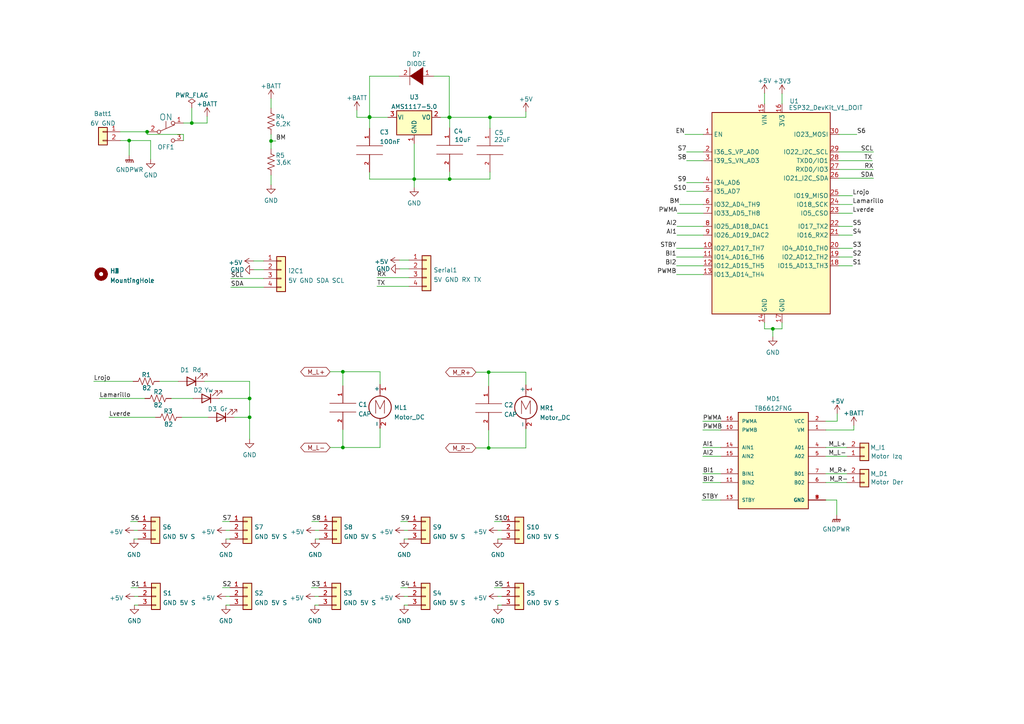
<source format=kicad_sch>
(kicad_sch (version 20211123) (generator eeschema)
  (paper "A4")
  (title_block (title "Karakuri Through Hole") (date "2022-01-17") (rev "1") (company "Artil Robotics") (comment 1 "Marcelo Ortiz") (comment 2 "ESP32"))
  (lib_symbols
    (symbol "Connector_Generic:Conn_01x02" (pin_names (offset 1.016) hide)
      (property "Reference" "J" (at 0 2.54 0))
      (property "Value" "Conn_01x02" (at 0 -5.08 0))
      (symbol "Conn_01x02_1_1"
        (rectangle (start -1.27 -2.413) (end 0 -2.667) (stroke (width 0.1524)))
        (rectangle (start -1.27 0.127) (end 0 -0.127) (stroke (width 0.1524)))
        (rectangle (start -1.27 1.27) (end 1.27 -3.81) (stroke (width 0.254)) (fill (type background)))
        (pin passive line (at -5.08 0 0) (length 3.81) (name "Pin_1") (number "1"))
        (pin passive line (at -5.08 -2.54 0) (length 3.81) (name "Pin_2") (number "2"))
      )
    )
    (symbol "Connector_Generic:Conn_01x03" (pin_names (offset 1.016) hide)
      (property "Reference" "J" (at 0 5.08 0))
      (property "Value" "Conn_01x03" (at 0 -5.08 0))
      (symbol "Conn_01x03_1_1"
        (rectangle (start -1.27 -2.413) (end 0 -2.667) (stroke (width 0.1524)))
        (rectangle (start -1.27 0.127) (end 0 -0.127) (stroke (width 0.1524)))
        (rectangle (start -1.27 2.667) (end 0 2.413) (stroke (width 0.1524)))
        (rectangle (start -1.27 3.81) (end 1.27 -3.81) (stroke (width 0.254)) (fill (type background)))
        (pin passive line (at -5.08 2.54 0) (length 3.81) (name "Pin_1") (number "1"))
        (pin passive line (at -5.08 0 0) (length 3.81) (name "Pin_2") (number "2"))
        (pin passive line (at -5.08 -2.54 0) (length 3.81) (name "Pin_3") (number "3"))
      )
    )
    (symbol "Connector_Generic:Conn_01x04" (pin_names (offset 1.016) hide)
      (property "Reference" "J" (at 0 5.08 0))
      (property "Value" "Conn_01x04" (at 0 -7.62 0))
      (symbol "Conn_01x04_1_1"
        (rectangle (start -1.27 -4.953) (end 0 -5.207) (stroke (width 0.1524)))
        (rectangle (start -1.27 -2.413) (end 0 -2.667) (stroke (width 0.1524)))
        (rectangle (start -1.27 0.127) (end 0 -0.127) (stroke (width 0.1524)))
        (rectangle (start -1.27 2.667) (end 0 2.413) (stroke (width 0.1524)))
        (rectangle (start -1.27 3.81) (end 1.27 -6.35) (stroke (width 0.254)) (fill (type background)))
        (pin passive line (at -5.08 2.54 0) (length 3.81) (name "Pin_1") (number "1"))
        (pin passive line (at -5.08 0 0) (length 3.81) (name "Pin_2") (number "2"))
        (pin passive line (at -5.08 -2.54 0) (length 3.81) (name "Pin_3") (number "3"))
        (pin passive line (at -5.08 -5.08 0) (length 3.81) (name "Pin_4") (number "4"))
      )
    )
    (symbol "Device:LED" (pin_numbers hide) (pin_names (offset 1.016) hide)
      (property "Reference" "D" (at 0 2.54 0))
      (property "Value" "LED" (at 0 -2.54 0))
      (symbol "LED_0_1"
        (polyline (pts (xy -1.27 -1.27) (xy -1.27 1.27)) (stroke (width 0.254)))
        (polyline (pts (xy -1.27 0) (xy 1.27 0)))
        (polyline (pts (xy 1.27 -1.27) (xy 1.27 1.27) (xy -1.27 0) (xy 1.27 -1.27)) (stroke (width 0.254)))
        (polyline (pts (xy -3.048 -0.762) (xy -4.572 -2.286) (xy -3.81 -2.286) (xy -4.572 -2.286) (xy -4.572 -1.524)))
        (polyline (pts (xy -1.778 -0.762) (xy -3.302 -2.286) (xy -2.54 -2.286) (xy -3.302 -2.286) (xy -3.302 -1.524)))
      )
      (symbol "LED_1_1"
        (pin passive line (at -3.81 0 0) (length 2.54) (name "K") (number "1"))
        (pin passive line (at 3.81 0 180) (length 2.54) (name "A") (number "2"))
      )
    )
    (symbol "Device:R_US" (pin_numbers hide) (pin_names (offset 0))
      (property "Reference" "R" (at 2.54 0 90))
      (property "Value" "R_US" (at -2.54 0 90))
      (symbol "R_US_0_1"
        (polyline (pts (xy 0 -2.286) (xy 0 -2.54)))
        (polyline (pts (xy 0 2.286) (xy 0 2.54)))
        (polyline (pts (xy 0 -0.762) (xy 1.016 -1.143) (xy 0 -1.524) (xy -1.016 -1.905) (xy 0 -2.286)))
        (polyline (pts (xy 0 0.762) (xy 1.016 0.381) (xy 0 0) (xy -1.016 -0.381) (xy 0 -0.762)))
        (polyline (pts (xy 0 2.286) (xy 1.016 1.905) (xy 0 1.524) (xy -1.016 1.143) (xy 0 0.762)))
      )
      (symbol "R_US_1_1"
        (pin passive line (at 0 3.81 270) (length 1.27) (name "~") (number "1"))
        (pin passive line (at 0 -3.81 90) (length 1.27) (name "~") (number "2"))
      )
    )
    (symbol "Mechanical:MountingHole" (pin_names (offset 1.016))
      (property "Reference" "H" (at 0 5.08 0))
      (property "Value" "MountingHole" (at 0 3.175 0))
      (symbol "MountingHole_0_1"
        (circle (center 0 0) (radius 1.27) (stroke (width 1.27)))
      )
    )
    (symbol "Motor:Motor_DC" (pin_names (offset 0))
      (property "Reference" "M" (at 2.54 2.54 0))
      (property "Value" "Motor_DC" (at 2.54 -5.08 0))
      (symbol "Motor_DC_0_0"
        (polyline (pts (xy -1.27 -3.302) (xy -1.27 0.508) (xy 0 -2.032) (xy 1.27 0.508) (xy 1.27 -3.302)))
      )
      (symbol "Motor_DC_0_1"
        (circle (center 0 -1.524) (radius 3.2512) (stroke (width 0.254)))
        (polyline (pts (xy 0 -7.62) (xy 0 -7.112)))
        (polyline (pts (xy 0 -4.7752) (xy 0 -5.1816)))
        (polyline (pts (xy 0 1.7272) (xy 0 2.0828)))
        (polyline (pts (xy 0 2.032) (xy 0 2.54)))
      )
      (symbol "Motor_DC_1_1"
        (pin passive line (at 0 5.08 270) (length 2.54) (name "+") (number "1"))
        (pin passive line (at 0 -7.62 90) (length 2.54) (name "-") (number "2"))
      )
    )
    (symbol "Regulator_Linear:AMS1117-5.0" (pin_names (offset 0.254))
      (property "Reference" "U" (at -3.81 3.175 0))
      (property "Value" "AMS1117-5.0" (at 0 3.175 0))
      (symbol "AMS1117-5.0_0_1"
        (rectangle (start -5.08 -5.08) (end 5.08 1.905) (stroke (width 0.254)) (fill (type background)))
      )
      (symbol "AMS1117-5.0_1_1"
        (pin power_in line (at 0 -7.62 90) (length 2.54) (name "GND") (number "1"))
        (pin power_out line (at 7.62 0 180) (length 2.54) (name "VO") (number "2"))
        (pin power_in line (at -7.62 0 0) (length 2.54) (name "VI") (number "3"))
      )
    )
    (symbol "Switch:SW_Push_SPDT" (pin_names (offset 0) hide)
      (property "Reference" "SW" (at 0 4.318 0))
      (property "Value" "SW_Push_SPDT" (at 0 -5.08 0))
      (symbol "SW_Push_SPDT_0_0"
        (circle (center -2.032 0) (radius 0.508))
        (polyline (pts (xy 0 1.016) (xy 0 3.048)))
        (circle (center 2.032 -2.54) (radius 0.508))
      )
      (symbol "SW_Push_SPDT_0_1"
        (polyline (pts (xy -1.524 0.254) (xy 2.54 2.032)))
        (circle (center 2.032 2.54) (radius 0.508))
      )
      (symbol "SW_Push_SPDT_1_1"
        (pin passive line (at 5.08 2.54 180) (length 2.54) (name "A") (number "1"))
        (pin passive line (at -5.08 0 0) (length 2.54) (name "B") (number "2"))
        (pin passive line (at 5.08 -2.54 180) (length 2.54) (name "C") (number "3"))
      )
    )
    (symbol "TB6612FNG Motor:TB6612FNG" (pin_names (offset 1.016))
      (property "Reference" "U?" (at 0 19.2065 0))
      (property "Value" "TB6612FNG" (at 0 16.4314 0))
      (symbol "TB6612FNG_0_0"
        (rectangle (start -10.16 -12.7) (end 10.16 15.24) (stroke (width 0.254)) (fill (type background)))
        (pin power_in line (at 15.24 10.16 180) (length 5.08) (name "VM") (number "1"))
        (pin input line (at -15.24 10.16 0) (length 5.08) (name "PWMB") (number "10"))
        (pin input line (at -15.24 -5.08 0) (length 5.08) (name "BIN2") (number "11"))
        (pin input line (at -15.24 -2.54 0) (length 5.08) (name "BIN1") (number "12"))
        (pin input line (at -15.24 -10.16 0) (length 5.08) (name "STBY") (number "13"))
        (pin input line (at -15.24 5.08 0) (length 5.08) (name "AIN1") (number "14"))
        (pin input line (at -15.24 2.54 0) (length 5.08) (name "AIN2") (number "15"))
        (pin input line (at -15.24 12.7 0) (length 5.08) (name "PWMA") (number "16"))
        (pin power_in line (at 15.24 12.7 180) (length 5.08) (name "VCC") (number "2"))
        (pin power_in line (at 15.24 -10.16 180) (length 5.08) (name "GND") (number "3"))
        (pin output line (at 15.24 5.08 180) (length 5.08) (name "A01") (number "4"))
        (pin output line (at 15.24 2.54 180) (length 5.08) (name "A02") (number "5"))
        (pin output line (at 15.24 -5.08 180) (length 5.08) (name "B02") (number "6"))
        (pin output line (at 15.24 -2.54 180) (length 5.08) (name "B01") (number "7"))
        (pin power_in line (at 15.24 -10.16 180) (length 5.08) (name "GND") (number "8"))
        (pin power_in line (at 15.24 -10.16 180) (length 5.08) (name "GND") (number "9"))
      )
    )
    (symbol "esp32_devkit_v1_doit:ESP32_DevKit_V1_DOIT"
      (property "Reference" "U" (at -11.43 31.75 0))
      (property "Value" "ESP32_DevKit_V1_DOIT" (at 0 -21.59 0))
      (symbol "ESP32_DevKit_V1_DOIT_1_1"
        (rectangle (start -17.78 30.48) (end 16.51 -27.94) (stroke (width 0.254)) (fill (type background)))
        (pin input line (at -20.32 24.13 0) (length 2.54) (name "EN") (number "1"))
        (pin bidirectional line (at -20.32 -8.89 0) (length 2.54) (name "IO27_AD17_TH7") (number "10"))
        (pin bidirectional line (at -20.32 -11.43 0) (length 2.54) (name "IO14_AD16_TH6") (number "11"))
        (pin bidirectional line (at -20.32 -13.97 0) (length 2.54) (name "IO12_AD15_TH5") (number "12"))
        (pin bidirectional line (at -20.32 -16.51 0) (length 2.54) (name "IO13_AD14_TH4") (number "13"))
        (pin power_in line (at -2.54 -30.48 90) (length 2.54) (name "GND") (number "14"))
        (pin power_in line (at -2.54 33.02 270) (length 2.54) (name "VIN") (number "15"))
        (pin power_in line (at 2.54 33.02 270) (length 2.54) (name "3V3") (number "16"))
        (pin power_in line (at 2.54 -30.48 90) (length 2.54) (name "GND") (number "17"))
        (pin bidirectional line (at 19.05 -13.97 180) (length 2.54) (name "IO15_AD13_TH3") (number "18"))
        (pin bidirectional line (at 19.05 -11.43 180) (length 2.54) (name "IO2_AD12_TH2") (number "19"))
        (pin input line (at -20.32 19.05 0) (length 2.54) (name "I36_S_VP_AD0") (number "2"))
        (pin bidirectional line (at 19.05 -8.89 180) (length 2.54) (name "IO4_AD10_TH0") (number "20"))
        (pin bidirectional line (at 19.05 -5.08 180) (length 2.54) (name "IO16_RX2") (number "21"))
        (pin bidirectional line (at 19.05 -2.54 180) (length 2.54) (name "IO17_TX2") (number "22"))
        (pin bidirectional line (at 19.05 1.27 180) (length 2.54) (name "IO5_CSO") (number "23"))
        (pin bidirectional line (at 19.05 3.81 180) (length 2.54) (name "IO18_SCK") (number "24"))
        (pin bidirectional line (at 19.05 6.35 180) (length 2.54) (name "IO19_MISO") (number "25"))
        (pin bidirectional line (at 19.05 11.43 180) (length 2.54) (name "IO21_I2C_SDA") (number "26"))
        (pin bidirectional line (at 19.05 13.97 180) (length 2.54) (name "RXD0/IO3") (number "27"))
        (pin bidirectional line (at 19.05 16.51 180) (length 2.54) (name "TXD0/IO1") (number "28"))
        (pin bidirectional line (at 19.05 19.05 180) (length 2.54) (name "IO22_I2C_SCL") (number "29"))
        (pin input line (at -20.32 16.51 0) (length 2.54) (name "I39_S_VN_AD3") (number "3"))
        (pin bidirectional line (at 19.05 24.13 180) (length 2.54) (name "IO23_MOSI") (number "30"))
        (pin input line (at -20.32 10.16 0) (length 2.54) (name "I34_AD6") (number "4"))
        (pin input line (at -20.32 7.62 0) (length 2.54) (name "I35_AD7") (number "5"))
        (pin bidirectional line (at -20.32 3.81 0) (length 2.54) (name "IO32_AD4_TH9") (number "6"))
        (pin bidirectional line (at -20.32 1.27 0) (length 2.54) (name "IO33_AD5_TH8") (number "7"))
        (pin bidirectional line (at -20.32 -2.54 0) (length 2.54) (name "IO25_AD18_DAC1") (number "8"))
        (pin bidirectional line (at -20.32 -5.08 0) (length 2.54) (name "IO26_AD19_DAC2") (number "9"))
      )
    )
    (symbol "power:+3.3V" (power) (pin_names (offset 0))
      (property "Value" "+3.3V" (at 0 3.556 0))
      (symbol "+3.3V_0_1"
        (polyline (pts (xy -0.762 1.27) (xy 0 2.54)))
        (polyline (pts (xy 0 0) (xy 0 2.54)))
        (polyline (pts (xy 0 2.54) (xy 0.762 1.27)))
      )
      (symbol "+3.3V_1_1"
        (pin power_in line (at 0 0 90) (length 0) hide (name "+3V3") (number "1"))
      )
    )
    (symbol "power:+5V" (power) (pin_names (offset 0))
      (property "Value" "+5V" (at 0 3.556 0))
      (symbol "+5V_0_1"
        (polyline (pts (xy -0.762 1.27) (xy 0 2.54)))
        (polyline (pts (xy 0 0) (xy 0 2.54)))
        (polyline (pts (xy 0 2.54) (xy 0.762 1.27)))
      )
      (symbol "+5V_1_1"
        (pin power_in line (at 0 0 90) (length 0) hide (name "+5V") (number "1"))
      )
    )
    (symbol "power:+BATT" (power) (pin_names (offset 0))
      (property "Value" "+BATT" (at 0 3.556 0))
      (symbol "+BATT_0_1"
        (polyline (pts (xy -0.762 1.27) (xy 0 2.54)))
        (polyline (pts (xy 0 0) (xy 0 2.54)))
        (polyline (pts (xy 0 2.54) (xy 0.762 1.27)))
      )
      (symbol "+BATT_1_1"
        (pin power_in line (at 0 0 90) (length 0) hide (name "+BATT") (number "1"))
      )
    )
    (symbol "power:GND" (power) (pin_names (offset 0))
      (property "Value" "GND" (at 0 -3.81 0))
      (symbol "GND_0_1"
        (polyline (pts (xy 0 0) (xy 0 -1.27) (xy 1.27 -1.27) (xy 0 -2.54) (xy -1.27 -1.27) (xy 0 -1.27)))
      )
      (symbol "GND_1_1"
        (pin power_in line (at 0 0 270) (length 0) hide (name "GND") (number "1"))
      )
    )
    (symbol "power:GNDPWR" (power) (pin_names (offset 0))
      (property "Value" "GNDPWR" (at 0 -3.302 0))
      (symbol "GNDPWR_0_1"
        (polyline (pts (xy 0 -1.27) (xy 0 0)))
        (polyline (pts (xy -1.016 -1.27) (xy -1.27 -2.032) (xy -1.27 -2.032)) (stroke (width 0.2032)))
        (polyline (pts (xy -0.508 -1.27) (xy -0.762 -2.032) (xy -0.762 -2.032)) (stroke (width 0.2032)))
        (polyline (pts (xy 0 -1.27) (xy -0.254 -2.032) (xy -0.254 -2.032)) (stroke (width 0.2032)))
        (polyline (pts (xy 0.508 -1.27) (xy 0.254 -2.032) (xy 0.254 -2.032)) (stroke (width 0.2032)))
        (polyline (pts (xy 1.016 -1.27) (xy -1.016 -1.27) (xy -1.016 -1.27)) (stroke (width 0.2032)))
        (polyline (pts (xy 1.016 -1.27) (xy 0.762 -2.032) (xy 0.762 -2.032) (xy 0.762 -2.032)) (stroke (width 0.2032)))
      )
      (symbol "GNDPWR_1_1"
        (pin power_in line (at 0 0 270) (length 0) hide (name "GNDPWR") (number "1"))
      )
    )
    (symbol "power:PWR_FLAG" (power) (pin_numbers hide) (pin_names (offset 0) hide)
      (property "Value" "PWR_FLAG" (at 0 3.81 0))
      (symbol "PWR_FLAG_0_0"
        (pin power_out line (at 0 0 90) (length 0) (name "pwr") (number "1"))
      )
      (symbol "PWR_FLAG_0_1"
        (polyline (pts (xy 0 0) (xy 0 1.27) (xy -1.016 1.905) (xy 0 2.54) (xy 1.016 1.905) (xy 0 1.27)))
      )
    )
    (symbol "pspice:CAP" (pin_names (offset 0.254))
      (property "Reference" "C" (at 2.54 3.81 90))
      (property "Value" "CAP" (at 2.54 -3.81 90))
      (symbol "CAP_0_1"
        (polyline (pts (xy -3.81 -1.27) (xy 3.81 -1.27)))
        (polyline (pts (xy -3.81 1.27) (xy 3.81 1.27)))
      )
      (symbol "CAP_1_1"
        (pin passive line (at 0 6.35 270) (length 5.08) (name "~") (number "1"))
        (pin passive line (at 0 -6.35 90) (length 5.08) (name "~") (number "2"))
      )
    )
    (symbol "pspice:DIODE" (pin_names (offset 1.016) hide)
      (property "Reference" "D" (at 0 3.81 0))
      (property "Value" "DIODE" (at 0 -4.445 0))
      (symbol "DIODE_0_1"
        (polyline (pts (xy 1.905 2.54) (xy 1.905 -2.54)))
        (polyline (pts (xy -1.905 2.54) (xy -1.905 -2.54) (xy 1.905 0)) (fill (type outline)))
      )
      (symbol "DIODE_1_1"
        (pin input line (at -5.08 0 0) (length 3.81) (name "K") (number "1"))
        (pin input line (at 5.08 0 180) (length 3.81) (name "A") (number "2"))
      )
    )
  )
  (junction (at 141.732 129.921))
  (junction (at 130.429 34.036))
  (junction (at 72.39 115.57))
  (junction (at 99.441 107.823))
  (junction (at 72.39 121.031))
  (junction (at 99.441 129.794))
  (junction (at 130.429 51.943))
  (junction (at 42.672 38.227))
  (junction (at 224.155 95.377))
  (junction (at 107.188 34.036))
  (junction (at 141.732 107.95))
  (junction (at 78.613 40.894))
  (junction (at 130.302 34.036))
  (junction (at 37.465 40.767))
  (junction (at 107.188 33.909))
  (junction (at 142.113 34.036))
  (junction (at 55.626 35.687))
  (junction (at 120.142 51.943))
  (wire (pts (xy 53.213 40.767) (xy 53.213 38.989)))
  (wire (pts (xy 239.522 129.794) (xy 245.618 129.794)))
  (wire (pts (xy 49.657 115.57) (xy 56.007 115.57)))
  (wire (pts (xy 196.342 68.199) (xy 203.962 68.199)))
  (wire (pts (xy 99.441 107.823) (xy 99.441 111.887)))
  (wire (pts (xy 239.522 124.714) (xy 247.65 124.714)))
  (wire (pts (xy 52.705 121.031) (xy 60.325 121.031)))
  (wire (pts (xy 73.66 78.232) (xy 76.454 78.232)))
  (wire (pts (xy 115.697 22.098) (xy 107.188 22.098)))
  (wire (pts (xy 37.973 170.434) (xy 40.132 170.434)))
  (wire (pts (xy 78.613 50.8) (xy 78.613 53.594)))
  (wire (pts (xy 67.945 121.031) (xy 72.39 121.031)))
  (wire (pts (xy 196.342 65.659) (xy 203.962 65.659)))
  (wire (pts (xy 110.236 124.206) (xy 110.236 129.794)))
  (wire (pts (xy 196.469 61.849) (xy 203.962 61.849)))
  (wire (pts (xy 247.269 72.009) (xy 243.332 72.009)))
  (wire (pts (xy 99.441 124.587) (xy 99.441 129.794)))
  (wire (pts (xy 130.429 34.036) (xy 142.113 34.036)))
  (wire (pts (xy 53.213 38.989) (xy 42.672 38.989)))
  (wire (pts (xy 199.136 52.959) (xy 203.962 52.959)))
  (wire (pts (xy 203.835 132.334) (xy 209.042 132.334)))
  (wire (pts (xy 243.332 44.069) (xy 253.365 44.069)))
  (wire (pts (xy 73.533 75.692) (xy 76.454 75.692)))
  (wire (pts (xy 65.532 172.974) (xy 66.675 172.974)))
  (wire (pts (xy 247.269 65.659) (xy 243.332 65.659)))
  (wire (pts (xy 65.532 175.514) (xy 66.675 175.514)))
  (wire (pts (xy 253.365 51.689) (xy 243.332 51.689)))
  (wire (pts (xy 226.822 27.178) (xy 226.822 30.099)))
  (wire (pts (xy 144.399 153.797) (xy 145.542 153.797)))
  (wire (pts (xy 42.672 38.227) (xy 43.053 38.227)))
  (wire (pts (xy 42.672 38.227) (xy 42.672 38.989)))
  (wire (pts (xy 247.269 74.549) (xy 243.332 74.549)))
  (wire (pts (xy 144.399 156.337) (xy 145.542 156.337)))
  (wire (pts (xy 247.269 68.199) (xy 243.332 68.199)))
  (wire (pts (xy 107.188 51.943) (xy 107.188 49.911)))
  (wire (pts (xy 142.113 49.911) (xy 142.113 51.943)))
  (wire (pts (xy 34.925 38.227) (xy 42.672 38.227)))
  (wire (pts (xy 107.188 34.036) (xy 107.188 37.211)))
  (wire (pts (xy 144.399 172.974) (xy 145.542 172.974)))
  (wire (pts (xy 141.732 124.714) (xy 141.732 129.921)))
  (wire (pts (xy 120.142 51.943) (xy 130.429 51.943)))
  (wire (pts (xy 63.627 115.57) (xy 72.39 115.57)))
  (wire (pts (xy 28.829 115.57) (xy 42.037 115.57)))
  (wire (pts (xy 130.302 22.098) (xy 130.302 34.036)))
  (wire (pts (xy 142.113 34.036) (xy 142.113 37.211)))
  (wire (pts (xy 64.516 151.257) (xy 66.675 151.257)))
  (wire (pts (xy 115.951 77.978) (xy 118.618 77.978)))
  (wire (pts (xy 116.205 151.257) (xy 118.364 151.257)))
  (wire (pts (xy 117.221 156.337) (xy 118.364 156.337)))
  (wire (pts (xy 72.39 121.031) (xy 72.39 127.381)))
  (wire (pts (xy 203.835 124.714) (xy 209.042 124.714)))
  (wire (pts (xy 239.522 122.174) (xy 242.824 122.174)))
  (wire (pts (xy 46.228 110.617) (xy 51.689 110.617)))
  (wire (pts (xy 38.989 172.974) (xy 40.132 172.974)))
  (wire (pts (xy 103.505 32.004) (xy 103.505 34.036)))
  (wire (pts (xy 127.762 34.036) (xy 130.302 34.036)))
  (wire (pts (xy 247.269 61.849) (xy 243.332 61.849)))
  (wire (pts (xy 99.441 129.794) (xy 95.758 129.794)))
  (wire (pts (xy 196.215 72.009) (xy 203.962 72.009)))
  (wire (pts (xy 224.155 95.377) (xy 226.822 95.377)))
  (wire (pts (xy 37.465 40.767) (xy 34.925 40.767)))
  (wire (pts (xy 142.113 51.943) (xy 130.429 51.943)))
  (wire (pts (xy 130.429 49.784) (xy 130.429 51.943)))
  (wire (pts (xy 196.215 79.629) (xy 203.962 79.629)))
  (wire (pts (xy 203.835 139.954) (xy 209.042 139.954)))
  (wire (pts (xy 38.862 156.337) (xy 40.005 156.337)))
  (wire (pts (xy 110.236 107.823) (xy 110.236 111.506)))
  (wire (pts (xy 72.39 115.57) (xy 72.39 121.031)))
  (wire (pts (xy 95.758 107.823) (xy 99.441 107.823)))
  (wire (pts (xy 43.688 40.767) (xy 43.688 46.228)))
  (wire (pts (xy 199.136 44.069) (xy 203.962 44.069)))
  (wire (pts (xy 239.522 132.334) (xy 245.618 132.334)))
  (wire (pts (xy 109.347 80.518) (xy 118.618 80.518)))
  (wire (pts (xy 78.613 38.989) (xy 78.613 40.894)))
  (wire (pts (xy 197.104 59.309) (xy 203.962 59.309)))
  (wire (pts (xy 141.732 107.95) (xy 141.732 112.014)))
  (wire (pts (xy 196.215 77.089) (xy 203.962 77.089)))
  (wire (pts (xy 90.297 170.434) (xy 92.456 170.434)))
  (wire (pts (xy 91.313 172.974) (xy 92.456 172.974)))
  (wire (pts (xy 141.732 107.95) (xy 152.527 107.95)))
  (wire (pts (xy 27.178 110.617) (xy 38.608 110.617)))
  (wire (pts (xy 37.846 151.257) (xy 40.005 151.257)))
  (wire (pts (xy 203.835 137.414) (xy 209.042 137.414)))
  (wire (pts (xy 99.441 107.823) (xy 110.236 107.823)))
  (wire (pts (xy 117.221 172.974) (xy 118.364 172.974)))
  (wire (pts (xy 198.628 38.989) (xy 203.962 38.989)))
  (wire (pts (xy 107.188 51.943) (xy 120.142 51.943)))
  (wire (pts (xy 78.613 28.575) (xy 78.613 31.369)))
  (wire (pts (xy 247.269 59.309) (xy 243.332 59.309)))
  (wire (pts (xy 242.697 145.034) (xy 242.697 149.352)))
  (wire (pts (xy 117.221 175.514) (xy 118.364 175.514)))
  (wire (pts (xy 143.383 170.434) (xy 145.542 170.434)))
  (wire (pts (xy 110.236 129.794) (xy 99.441 129.794)))
  (wire (pts (xy 226.822 93.599) (xy 226.822 95.377)))
  (wire (pts (xy 239.522 145.034) (xy 242.697 145.034)))
  (wire (pts (xy 72.39 110.617) (xy 72.39 115.57)))
  (wire (pts (xy 115.824 75.438) (xy 118.618 75.438)))
  (wire (pts (xy 239.522 139.954) (xy 245.618 139.954)))
  (wire (pts (xy 117.221 153.797) (xy 118.364 153.797)))
  (wire (pts (xy 37.465 40.767) (xy 37.465 45.085)))
  (wire (pts (xy 152.527 129.921) (xy 141.732 129.921)))
  (wire (pts (xy 144.399 175.514) (xy 145.542 175.514)))
  (wire (pts (xy 116.205 170.434) (xy 118.364 170.434)))
  (wire (pts (xy 243.332 49.149) (xy 253.365 49.149)))
  (wire (pts (xy 248.539 38.989) (xy 243.332 38.989)))
  (wire (pts (xy 103.505 34.036) (xy 107.188 34.036)))
  (wire (pts (xy 130.302 34.036) (xy 130.429 34.036)))
  (wire (pts (xy 203.835 129.794) (xy 209.042 129.794)))
  (wire (pts (xy 107.188 34.036) (xy 112.522 34.036)))
  (wire (pts (xy 247.269 77.089) (xy 243.332 77.089)))
  (wire (pts (xy 242.824 122.174) (xy 242.824 120.015)))
  (wire (pts (xy 120.142 51.943) (xy 120.142 54.356)))
  (wire (pts (xy 120.142 41.656) (xy 120.142 51.943)))
  (wire (pts (xy 55.626 35.687) (xy 53.213 35.687)))
  (wire (pts (xy 152.527 124.333) (xy 152.527 129.921)))
  (wire (pts (xy 199.136 55.499) (xy 203.962 55.499)))
  (wire (pts (xy 65.532 156.337) (xy 66.675 156.337)))
  (wire (pts (xy 38.862 153.797) (xy 40.005 153.797)))
  (wire (pts (xy 130.429 34.036) (xy 130.429 37.084)))
  (wire (pts (xy 138.049 107.95) (xy 141.732 107.95)))
  (wire (pts (xy 43.688 40.767) (xy 37.465 40.767)))
  (wire (pts (xy 152.527 34.036) (xy 152.527 32.385)))
  (wire (pts (xy 91.313 175.514) (xy 92.456 175.514)))
  (wire (pts (xy 224.155 95.377) (xy 224.155 97.663)))
  (wire (pts (xy 60.071 35.687) (xy 55.626 35.687)))
  (wire (pts (xy 221.742 27.051) (xy 221.742 30.099)))
  (wire (pts (xy 221.742 95.377) (xy 224.155 95.377)))
  (wire (pts (xy 91.44 153.797) (xy 92.583 153.797)))
  (wire (pts (xy 55.626 31.242) (xy 55.626 35.687)))
  (wire (pts (xy 239.522 137.414) (xy 245.618 137.414)))
  (wire (pts (xy 247.269 56.769) (xy 243.332 56.769)))
  (wire (pts (xy 143.383 151.257) (xy 145.542 151.257)))
  (wire (pts (xy 125.857 22.098) (xy 130.302 22.098)))
  (wire (pts (xy 203.835 122.174) (xy 209.042 122.174)))
  (wire (pts (xy 65.532 153.797) (xy 66.675 153.797)))
  (wire (pts (xy 247.65 124.714) (xy 247.65 123.444)))
  (wire (pts (xy 78.613 40.894) (xy 80.01 40.894)))
  (wire (pts (xy 66.929 83.312) (xy 76.454 83.312)))
  (wire (pts (xy 109.347 83.058) (xy 118.618 83.058)))
  (wire (pts (xy 221.742 93.599) (xy 221.742 95.377)))
  (wire (pts (xy 152.527 107.95) (xy 152.527 111.633)))
  (wire (pts (xy 90.424 151.257) (xy 92.583 151.257)))
  (wire (pts (xy 203.581 145.034) (xy 209.042 145.034)))
  (wire (pts (xy 31.623 121.031) (xy 45.085 121.031)))
  (wire (pts (xy 107.188 22.098) (xy 107.188 33.909)))
  (wire (pts (xy 64.516 170.434) (xy 66.675 170.434)))
  (wire (pts (xy 59.309 110.617) (xy 72.39 110.617)))
  (wire (pts (xy 142.113 34.036) (xy 152.527 34.036)))
  (wire (pts (xy 38.989 175.514) (xy 40.132 175.514)))
  (wire (pts (xy 196.215 74.549) (xy 203.962 74.549)))
  (wire (pts (xy 78.613 40.894) (xy 78.613 43.18)))
  (wire (pts (xy 60.071 33.782) (xy 60.071 35.687)))
  (wire (pts (xy 199.136 46.609) (xy 203.962 46.609)))
  (wire (pts (xy 141.732 129.921) (xy 138.049 129.921)))
  (wire (pts (xy 91.44 156.337) (xy 92.583 156.337)))
  (wire (pts (xy 243.332 46.609) (xy 252.984 46.609)))
  (wire (pts (xy 66.929 80.772) (xy 76.454 80.772)))
  (image (at 260.35 173.609) (scale 0.347752))
  (label "M_L+" (at 240.284 129.794 0))
  (label "Lverde" (at 31.623 121.031 0))
  (label "S2" (at 247.269 74.549 0))
  (label "S3" (at 247.269 72.009 0))
  (label "PWMB" (at 203.835 124.714 0))
  (label "S10" (at 199.136 55.499 180))
  (label "BI1" (at 196.215 74.549 180))
  (label "PWMA" (at 196.469 61.849 180))
  (label "S6" (at 37.846 151.257 0))
  (label "S7" (at 199.136 44.069 180))
  (label "S4" (at 247.269 68.199 0))
  (label "SDA" (at 253.365 51.689 180))
  (label "S6" (at 248.539 38.989 0))
  (label "S7" (at 64.516 151.257 0))
  (label "TX" (at 109.347 83.058 0))
  (label "S1" (at 37.973 170.434 0))
  (label "AI1" (at 203.835 129.794 0))
  (label "AI2" (at 203.835 132.334 0))
  (label "SCL" (at 66.929 80.772 0))
  (label "S4" (at 116.205 170.434 0))
  (label "STBY" (at 196.215 72.009 180))
  (label "PWMA" (at 203.835 122.174 0))
  (label "Lamarillo" (at 28.829 115.57 0))
  (label "S9" (at 199.136 52.959 180))
  (label "AI2" (at 196.342 65.659 180))
  (label "BM" (at 80.01 40.894 0))
  (label "S5" (at 247.269 65.659 0))
  (label "S10" (at 143.383 151.257 0))
  (label "PWMB" (at 196.215 79.629 180))
  (label "S1" (at 247.269 77.089 0))
  (label "AI1" (at 196.342 68.199 180))
  (label "RX" (at 109.347 80.518 0))
  (label "S5" (at 143.383 170.434 0))
  (label "BI1" (at 203.835 137.414 0))
  (label "Lamarillo" (at 247.269 59.309 0))
  (label "S2" (at 64.516 170.434 0))
  (label "M_R-" (at 240.538 139.954 0))
  (label "BI2" (at 196.215 77.089 180))
  (label "SCL" (at 253.365 44.069 180))
  (label "TX" (at 252.984 46.609 180))
  (label "S8" (at 90.424 151.257 0))
  (label "RX" (at 253.365 49.149 180))
  (label "Lrojo" (at 247.269 56.769 0))
  (label "BM" (at 197.104 59.309 180))
  (label "BI2" (at 203.835 139.954 0))
  (label "S8" (at 199.136 46.609 180))
  (label "S9" (at 116.205 151.257 0))
  (label "M_R+" (at 240.411 137.414 0))
  (label "EN" (at 198.628 38.989 180))
  (label "S3" (at 90.297 170.434 0))
  (label "M_L-" (at 240.284 132.334 0))
  (label "SDA" (at 66.929 83.312 0))
  (label "Lverde" (at 247.269 61.849 0))
  (label "STBY" (at 203.581 145.034 0))
  (label "Lrojo" (at 27.178 110.617 0))
  (global_label "M_L+" (shape bidirectional) (at 95.758 107.823 180) (property "Intersheet References" "${INTERSHEET_REFS}" (effects hide)))
  (global_label "M_R-" (shape bidirectional) (at 138.049 129.921 180) (property "Intersheet References" "${INTERSHEET_REFS}" (effects hide)))
  (global_label "M_L-" (shape bidirectional) (at 95.758 129.794 180) (property "Intersheet References" "${INTERSHEET_REFS}" (effects hide)))
  (global_label "M_R+" (shape bidirectional) (at 138.049 107.95 180) (property "Intersheet References" "${INTERSHEET_REFS}" (effects hide)))
  (symbol (lib_id "Connector_Generic:Conn_01x03") (at 45.085 153.797 0) (unit 1)
    (property "Reference" "S6" (at 47.117 152.8885 0) (effects (justify left)))
    (property "Value" "GND 5V S" (at 47.117 155.6636 0) (effects (justify left)))
    (property "Footprint" "Connector_PinHeader_2.54mm:PinHeader_1x03_P2.54mm_Vertical" (effects hide))
  )
  (symbol (lib_id "Mechanical:MountingHole") (at 29.337 79.502 0) (unit 1)
    (property "Reference" "H3" (at 31.877 78.5935 0) (effects (justify left)))
    (property "Value" "MountingHole" (at 31.877 81.3686 0) (effects (justify left)))
    (property "Footprint" "MountingHole:MountingHole_3.2mm_M3_ISO7380_Pad" (effects hide))
  )
  (symbol (lib_id "Connector_Generic:Conn_01x03") (at 123.444 153.797 0) (unit 1)
    (property "Reference" "S9" (at 125.476 152.8885 0) (effects (justify left)))
    (property "Value" "GND 5V S" (at 125.476 155.6636 0) (effects (justify left)))
    (property "Footprint" "Connector_PinHeader_2.54mm:PinHeader_1x03_P2.54mm_Vertical" (effects hide))
  )
  (symbol (lib_id "power:+BATT") (at 103.505 32.004 0) (mirror y) (unit 1)
    (property "Reference" "#PWR0111" (effects hide))
    (property "Value" "+BATT" (at 103.505 28.3995 0))
  )
  (symbol (lib_id "Motor:Motor_DC") (at 152.527 116.713 0) (unit 1) (in_bom no) (on_board no)
    (property "Reference" "MR1" (at 156.5402 118.3445 0) (effects (justify left)))
    (property "Value" "Motor_DC" (at 156.5402 121.1196 0) (effects (justify left)))
    (property "Footprint" "NetTie:NetTie-2_SMD_Pad0.5mm" (effects hide))
  )
  (symbol (lib_id "Device:R_US") (at 78.613 46.99 180) (unit 1)
    (property "Reference" "R5" (at 81.28 45.085 0))
    (property "Value" "3,6K" (at 82.296 47.117 0))
    (property "Footprint" "Resistor_SMD:R_1206_3216Metric" (effects hide))
  )
  (symbol (lib_id "power:GND") (at 120.142 54.356 0) (unit 1)
    (property "Reference" "#PWR0110" (effects hide))
    (property "Value" "GND" (at 120.142 58.9185 0))
  )
  (symbol (lib_id "pspice:CAP") (at 142.113 43.561 0) (unit 1)
    (property "Reference" "C5" (at 143.383 38.481 0) (effects (justify left)))
    (property "Value" "22uF" (at 143.256 40.513 0) (effects (justify left)))
    (property "Footprint" "Capacitor_SMD:C_0805_2012Metric_Pad1.18x1.45mm_HandSolder" (effects hide))
  )
  (symbol (lib_id "Device:R_US") (at 42.418 110.617 90) (unit 1)
    (property "Reference" "R1" (at 42.418 108.712 90))
    (property "Value" "82" (at 42.545 112.522 90))
    (property "Footprint" "Resistor_THT:R_Axial_DIN0207_L6.3mm_D2.5mm_P10.16mm_Horizontal" (effects hide))
  )
  (symbol (lib_id "power:GND") (at 91.44 156.337 0) (unit 1)
    (property "Reference" "#PWR011" (effects hide))
    (property "Value" "GND" (at 91.44 160.8995 0))
  )
  (symbol (lib_id "power:GND") (at 117.221 156.337 0) (unit 1)
    (property "Reference" "#PWR08" (effects hide))
    (property "Value" "GND" (at 117.221 160.8995 0))
  )
  (symbol (lib_id "power:+BATT") (at 60.071 33.782 0) (mirror y) (unit 1)
    (property "Reference" "#PWR01" (effects hide))
    (property "Value" "+BATT" (at 60.071 30.1775 0))
  )
  (symbol (lib_id "power:+3.3V") (at 226.822 27.178 0) (unit 1)
    (property "Reference" "#PWR0108" (effects hide))
    (property "Value" "+3.3V" (at 226.822 23.5735 0))
  )
  (symbol (lib_id "Connector_Generic:Conn_01x02") (at 250.698 132.334 0) (mirror x) (unit 1)
    (property "Reference" "M_I1" (at 254.635 129.794 0))
    (property "Value" "Motor Izq" (at 257.175 132.334 0))
    (property "Footprint" "Connector_JST:JST_PH_B2B-PH-K_1x02_P2.00mm_Vertical" (effects hide))
  )
  (symbol (lib_id "power:GND") (at 43.688 46.228 0) (unit 1)
    (property "Reference" "#PWR0106" (effects hide))
    (property "Value" "GND" (at 43.688 50.7905 0))
  )
  (symbol (lib_id "Connector_Generic:Conn_01x03") (at 150.622 172.974 0) (unit 1)
    (property "Reference" "S5" (at 152.654 172.0655 0) (effects (justify left)))
    (property "Value" "GND 5V S" (at 152.654 174.8406 0) (effects (justify left)))
    (property "Footprint" "Connector_PinHeader_2.54mm:PinHeader_1x03_P2.54mm_Vertical" (effects hide))
  )
  (symbol (lib_id "Switch:SW_Push_SPDT") (at 48.133 38.227 0) (unit 1)
    (property "Reference" "OFF1" (at 48.133 42.672 0))
    (property "Value" "ON" (at 48.133 33.9936 0) (effects (font (size 1.778 1.778))))
    (property "Footprint" "Button_Switch_THT:SW_Slide_1P2T_CK_OS102011MS2Q" (effects hide))
  )
  (symbol (lib_id "Device:R_US") (at 78.613 35.179 180) (unit 1)
    (property "Reference" "R4" (at 81.28 33.909 0))
    (property "Value" "6,2K" (at 82.169 35.941 0))
    (property "Footprint" "Resistor_SMD:R_1206_3216Metric" (effects hide))
  )
  (symbol (lib_id "Device:LED") (at 55.499 110.617 180) (unit 1)
    (property "Reference" "D1" (at 53.594 107.315 0))
    (property "Value" "Rd" (at 57.0865 107.2666 0))
    (property "Footprint" "LED_THT:LED_D5.0mm" (effects hide))
  )
  (symbol (lib_id "pspice:CAP") (at 130.429 43.434 0) (unit 1)
    (property "Reference" "C4" (at 131.572 38.1 0) (effects (justify left)))
    (property "Value" "10uF" (at 131.826 40.513 0) (effects (justify left)))
    (property "Footprint" "Capacitor_SMD:C_0805_2012Metric_Pad1.18x1.45mm_HandSolder" (effects hide))
  )
  (symbol (lib_id "esp32_devkit_v1_doit:ESP32_DevKit_V1_DOIT") (at 224.282 63.119 0) (unit 1)
    (property "Reference" "U1" (at 228.981 29.337 0) (effects (justify left)))
    (property "Value" "ESP32_DevKit_V1_DOIT" (at 228.727 31.242 0) (effects (justify left)))
    (property "Footprint" "esp32_devkit_v1_doit:esp32_devkit_v1_doit" (effects hide))
    (property "Datasheet" "https://aliexpress.com/item/32864722159.html" (effects hide))
  )
  (symbol (lib_id "power:+5V") (at 73.533 75.692 90) (unit 1)
    (property "Reference" "#PWR0112" (effects hide))
    (property "Value" "+5V" (at 70.3581 76.171 90) (effects (justify left)))
  )
  (symbol (lib_id "power:+5V") (at 91.44 153.797 90) (unit 1)
    (property "Reference" "#PWR06" (effects hide))
    (property "Value" "+5V" (at 88.2651 154.276 90) (effects (justify left)))
  )
  (symbol (lib_id "Connector_Generic:Conn_01x04") (at 81.534 78.232 0) (unit 1)
    (property "Reference" "i2C1" (at 83.566 78.5935 0) (effects (justify left)))
    (property "Value" "5V GND SDA SCL" (at 83.566 81.3686 0) (effects (justify left)))
    (property "Footprint" "Connector_PinHeader_2.54mm:PinHeader_1x04_P2.54mm_Vertical" (effects hide))
  )
  (symbol (lib_id "power:GND") (at 72.39 127.381 0) (unit 1)
    (property "Reference" "#PWR0107" (effects hide))
    (property "Value" "GND" (at 72.39 131.9435 0))
  )
  (symbol (lib_id "power:+5V") (at 115.824 75.438 90) (unit 1)
    (property "Reference" "#PWR0115" (effects hide))
    (property "Value" "+5V" (at 112.6491 75.917 90) (effects (justify left)))
  )
  (symbol (lib_id "power:GND") (at 144.399 175.514 0) (unit 1)
    (property "Reference" "#PWR019" (effects hide))
    (property "Value" "GND" (at 144.399 180.0765 0))
  )
  (symbol (lib_id "power:GND") (at 117.221 175.514 0) (unit 1)
    (property "Reference" "#PWR018" (effects hide))
    (property "Value" "GND" (at 117.221 180.0765 0))
  )
  (symbol (lib_id "power:GND") (at 65.532 156.337 0) (unit 1)
    (property "Reference" "#PWR010" (effects hide))
    (property "Value" "GND" (at 65.532 160.8995 0))
  )
  (symbol (lib_id "Device:R_US") (at 45.847 115.57 90) (unit 1)
    (property "Reference" "R2" (at 45.847 113.665 90))
    (property "Value" "82" (at 45.847 117.475 90))
    (property "Footprint" "Resistor_THT:R_Axial_DIN0207_L6.3mm_D2.5mm_P10.16mm_Horizontal" (effects hide))
  )
  (symbol (lib_id "power:+5V") (at 65.532 153.797 90) (unit 1)
    (property "Reference" "#PWR05" (effects hide))
    (property "Value" "+5V" (at 62.3571 154.276 90) (effects (justify left)))
  )
  (symbol (lib_id "power:+5V") (at 117.221 153.797 90) (unit 1)
    (property "Reference" "#PWR03" (effects hide))
    (property "Value" "+5V" (at 114.0461 154.276 90) (effects (justify left)))
  )
  (symbol (lib_id "Mechanical:MountingHole") (at 29.337 79.502 0) (unit 1)
    (property "Reference" "H4" (at 31.877 78.5935 0) (effects (justify left)))
    (property "Value" "MountingHole" (at 31.877 81.3686 0) (effects (justify left)))
    (property "Footprint" "MountingHole:MountingHole_3.2mm_M3_ISO7380_Pad" (effects hide))
  )
  (symbol (lib_id "power:+5V") (at 152.527 32.385 0) (unit 1)
    (property "Reference" "#PWR0109" (effects hide))
    (property "Value" "+5V" (at 152.527 28.7805 0))
  )
  (symbol (lib_id "Connector_Generic:Conn_01x03") (at 150.622 153.797 0) (unit 1)
    (property "Reference" "S10" (at 152.654 152.8885 0) (effects (justify left)))
    (property "Value" "GND 5V S" (at 152.654 155.6636 0) (effects (justify left)))
    (property "Footprint" "Connector_PinHeader_2.54mm:PinHeader_1x03_P2.54mm_Vertical" (effects hide))
  )
  (symbol (lib_id "pspice:CAP") (at 107.188 43.561 0) (unit 1)
    (property "Reference" "C3" (at 110.109 38.3345 0) (effects (justify left)))
    (property "Value" "100nF" (at 110.109 41.1096 0) (effects (justify left)))
    (property "Footprint" "Capacitor_SMD:C_0805_2012Metric_Pad1.18x1.45mm_HandSolder" (effects hide))
  )
  (symbol (lib_id "pspice:CAP") (at 99.441 118.237 0) (unit 1)
    (property "Reference" "C1" (at 103.886 117.3285 0) (effects (justify left)))
    (property "Value" "CAP" (at 103.886 120.1036 0) (effects (justify left)))
    (property "Footprint" "Capacitor_THT:C_Disc_D3.0mm_W2.0mm_P2.50mm" (effects hide))
  )
  (symbol (lib_id "Connector_Generic:Conn_01x03") (at 97.536 172.974 0) (unit 1)
    (property "Reference" "S3" (at 99.568 172.0655 0) (effects (justify left)))
    (property "Value" "GND 5V S" (at 99.568 174.8406 0) (effects (justify left)))
    (property "Footprint" "Connector_PinHeader_2.54mm:PinHeader_1x03_P2.54mm_Vertical" (effects hide))
  )
  (symbol (lib_id "Connector_Generic:Conn_01x03") (at 71.755 172.974 0) (unit 1)
    (property "Reference" "S2" (at 73.787 172.0655 0) (effects (justify left)))
    (property "Value" "GND 5V S" (at 73.787 174.8406 0) (effects (justify left)))
    (property "Footprint" "Connector_PinHeader_2.54mm:PinHeader_1x03_P2.54mm_Vertical" (effects hide))
  )
  (symbol (lib_id "power:GND") (at 65.532 175.514 0) (unit 1)
    (property "Reference" "#PWR020" (effects hide))
    (property "Value" "GND" (at 65.532 180.0765 0))
  )
  (symbol (lib_id "power:+5V") (at 144.399 172.974 90) (unit 1)
    (property "Reference" "#PWR014" (effects hide))
    (property "Value" "+5V" (at 141.2241 173.453 90) (effects (justify left)))
  )
  (symbol (lib_id "power:GND") (at 91.313 175.514 0) (unit 1)
    (property "Reference" "#PWR021" (effects hide))
    (property "Value" "GND" (at 91.313 180.0765 0))
  )
  (symbol (lib_id "power:GNDPWR") (at 242.697 149.352 0) (unit 1)
    (property "Reference" "#PWR0105" (effects hide))
    (property "Value" "GNDPWR" (at 242.57 153.5081 0))
  )
  (symbol (lib_id "Mechanical:MountingHole") (at 29.337 79.502 0) (unit 1)
    (property "Reference" "H1" (at 31.877 78.5935 0) (effects (justify left)))
    (property "Value" "MountingHole" (at 31.877 81.3686 0) (effects (justify left)))
    (property "Footprint" "MountingHole:MountingHole_3.2mm_M3_ISO7380_Pad" (effects hide))
  )
  (symbol (lib_id "power:+BATT") (at 78.613 28.575 0) (mirror y) (unit 1)
    (property "Reference" "#PWR0116" (effects hide))
    (property "Value" "+BATT" (at 78.613 24.9705 0))
  )
  (symbol (lib_id "power:GND") (at 224.155 97.663 0) (unit 1)
    (property "Reference" "#PWR0102" (effects hide))
    (property "Value" "GND" (at 224.155 102.2255 0))
  )
  (symbol (lib_id "power:GNDPWR") (at 37.465 45.085 0) (mirror y) (unit 1)
    (property "Reference" "#PWR02" (effects hide))
    (property "Value" "GNDPWR" (at 37.592 49.2411 0))
  )
  (symbol (lib_id "power:+BATT") (at 247.65 123.444 0) (unit 1)
    (property "Reference" "#PWR0103" (effects hide))
    (property "Value" "+BATT" (at 247.65 119.8395 0))
  )
  (symbol (lib_id "Device:LED") (at 59.817 115.57 180) (unit 1)
    (property "Reference" "D2" (at 57.404 113.157 0))
    (property "Value" "Yw" (at 60.579 113.157 0))
    (property "Footprint" "LED_THT:LED_D5.0mm" (effects hide))
  )
  (symbol (lib_id "pspice:CAP") (at 141.732 118.364 0) (unit 1)
    (property "Reference" "C2" (at 146.177 117.4555 0) (effects (justify left)))
    (property "Value" "CAP" (at 146.177 120.2306 0) (effects (justify left)))
    (property "Footprint" "Capacitor_THT:C_Disc_D3.0mm_W2.0mm_P2.50mm" (effects hide))
  )
  (symbol (lib_id "power:GND") (at 38.989 175.514 0) (unit 1)
    (property "Reference" "#PWR022" (effects hide))
    (property "Value" "GND" (at 38.989 180.0765 0))
  )
  (symbol (lib_id "power:PWR_FLAG") (at 55.626 31.242 0) (unit 1)
    (property "Reference" "#FLG0101" (effects hide))
    (property "Value" "PWR_FLAG" (at 55.626 27.6375 0))
  )
  (symbol (lib_id "Connector_Generic:Conn_01x03") (at 97.663 153.797 0) (unit 1)
    (property "Reference" "S8" (at 99.695 152.8885 0) (effects (justify left)))
    (property "Value" "GND 5V S" (at 99.695 155.6636 0) (effects (justify left)))
    (property "Footprint" "Connector_PinHeader_2.54mm:PinHeader_1x03_P2.54mm_Vertical" (effects hide))
  )
  (symbol (lib_id "power:GND") (at 78.613 53.594 0) (unit 1)
    (property "Reference" "#PWR0117" (effects hide))
    (property "Value" "GND" (at 78.613 58.1565 0))
  )
  (symbol (lib_id "Connector_Generic:Conn_01x02") (at 250.698 139.954 0) (mirror x) (unit 1)
    (property "Reference" "M_D1" (at 255.016 137.414 0))
    (property "Value" "Motor Der" (at 257.302 139.827 0))
    (property "Footprint" "Connector_JST:JST_PH_B2B-PH-K_1x02_P2.00mm_Vertical" (effects hide))
  )
  (symbol (lib_id "power:GND") (at 115.951 77.978 270) (unit 1)
    (property "Reference" "#PWR0114" (effects hide))
    (property "Value" "GND" (at 109.093 77.978 90) (effects (justify left)))
  )
  (symbol (lib_id "Connector_Generic:Conn_01x03") (at 71.755 153.797 0) (unit 1)
    (property "Reference" "S7" (at 73.787 152.8885 0) (effects (justify left)))
    (property "Value" "GND 5V S" (at 73.787 155.6636 0) (effects (justify left)))
    (property "Footprint" "Connector_PinHeader_2.54mm:PinHeader_1x03_P2.54mm_Vertical" (effects hide))
  )
  (symbol (lib_id "Motor:Motor_DC") (at 110.236 116.586 0) (unit 1) (in_bom no) (on_board no)
    (property "Reference" "ML1" (at 114.2492 118.2175 0) (effects (justify left)))
    (property "Value" "Motor_DC" (at 114.2492 120.9926 0) (effects (justify left)))
    (property "Footprint" "NetTie:NetTie-2_SMD_Pad0.5mm" (effects hide))
  )
  (symbol (lib_id "TB6612FNG Motor:TB6612FNG") (at 224.282 134.874 0) (unit 1)
    (property "Reference" "MD1" (at 224.282 115.6675 0))
    (property "Value" "TB6612FNG" (at 224.282 118.4426 0))
    (property "Footprint" "TB6612FNG Motor:MODULE_TB6612FNG Motor" (effects hide))
    (property "MANUFACTURER" "Sparkfun Electronics" (effects hide))
    (property "STANDARD" "Manufacturer Recommendation" (effects hide))
    (property "PARTREV" "11-13-17" (effects hide))
  )
  (symbol (lib_id "Device:LED") (at 64.135 121.031 180) (unit 1)
    (property "Reference" "D3" (at 61.595 118.618 0))
    (property "Value" "Gr" (at 64.897 118.618 0))
    (property "Footprint" "LED_THT:LED_D5.0mm" (effects hide))
  )
  (symbol (lib_id "Mechanical:MountingHole") (at 29.337 79.502 0) (unit 1)
    (property "Reference" "H2" (at 31.877 78.5935 0) (effects (justify left)))
    (property "Value" "MountingHole" (at 31.877 81.3686 0) (effects (justify left)))
    (property "Footprint" "MountingHole:MountingHole_3.2mm_M3_ISO7380_Pad" (effects hide))
  )
  (symbol (lib_id "pspice:DIODE") (at 120.777 22.098 180) (unit 1)
    (property "Reference" "D?" (at 120.777 15.7185 0))
    (property "Value" "DIODE" (at 120.777 18.4936 0))
  )
  (symbol (lib_id "Connector_Generic:Conn_01x04") (at 123.698 77.978 0) (unit 1)
    (property "Reference" "Serial1" (at 125.73 78.3395 0) (effects (justify left)))
    (property "Value" "5V GND RX TX" (at 125.73 81.1146 0) (effects (justify left)))
    (property "Footprint" "Connector_PinHeader_2.54mm:PinHeader_1x04_P2.54mm_Vertical" (effects hide))
  )
  (symbol (lib_id "power:+5V") (at 144.399 153.797 90) (unit 1)
    (property "Reference" "#PWR04" (effects hide))
    (property "Value" "+5V" (at 141.2241 154.276 90) (effects (justify left)))
  )
  (symbol (lib_id "power:+5V") (at 38.862 153.797 90) (unit 1)
    (property "Reference" "#PWR07" (effects hide))
    (property "Value" "+5V" (at 35.6871 154.276 90) (effects (justify left)))
  )
  (symbol (lib_id "power:+5V") (at 65.532 172.974 90) (unit 1)
    (property "Reference" "#PWR015" (effects hide))
    (property "Value" "+5V" (at 62.3571 173.453 90) (effects (justify left)))
  )
  (symbol (lib_id "Connector_Generic:Conn_01x03") (at 123.444 172.974 0) (unit 1)
    (property "Reference" "S4" (at 125.476 172.0655 0) (effects (justify left)))
    (property "Value" "GND 5V S" (at 125.476 174.8406 0) (effects (justify left)))
    (property "Footprint" "Connector_PinHeader_2.54mm:PinHeader_1x03_P2.54mm_Vertical" (effects hide))
  )
  (symbol (lib_id "Connector_Generic:Conn_01x03") (at 45.212 172.974 0) (unit 1)
    (property "Reference" "S1" (at 47.244 172.0655 0) (effects (justify left)))
    (property "Value" "GND 5V S" (at 47.244 174.8406 0) (effects (justify left)))
    (property "Footprint" "Connector_PinHeader_2.54mm:PinHeader_1x03_P2.54mm_Vertical" (effects hide))
  )
  (symbol (lib_id "Connector_Generic:Conn_01x02") (at 29.845 38.227 0) (mirror y) (unit 1)
    (property "Reference" "Batt1" (at 29.845 32.9905 0))
    (property "Value" "6V GND" (at 29.845 35.7656 0))
    (property "Footprint" "Connector_JST:JST_PH_B2B-PH-K_1x02_P2.00mm_Vertical" (effects hide))
  )
  (symbol (lib_id "power:GND") (at 38.862 156.337 0) (unit 1)
    (property "Reference" "#PWR012" (effects hide))
    (property "Value" "GND" (at 38.862 160.8995 0))
  )
  (symbol (lib_id "Regulator_Linear:AMS1117-5.0") (at 120.142 34.036 0) (unit 1)
    (property "Reference" "U3" (at 120.142 28.1645 0))
    (property "Value" "AMS1117-5.0" (at 120.142 30.9396 0))
    (property "Footprint" "Package_TO_SOT_SMD:SOT-223-3_TabPin2" (effects hide))
    (property "Datasheet" "http://www.advanced-monolithic.com/pdf/ds1117.pdf" (effects hide))
  )
  (symbol (lib_id "power:+5V") (at 242.824 120.015 0) (unit 1)
    (property "Reference" "#PWR0104" (effects hide))
    (property "Value" "+5V" (at 242.824 116.4105 0))
  )
  (symbol (lib_id "power:GND") (at 144.399 156.337 0) (unit 1)
    (property "Reference" "#PWR09" (effects hide))
    (property "Value" "GND" (at 144.399 160.8995 0))
  )
  (symbol (lib_id "power:+5V") (at 38.989 172.974 90) (unit 1)
    (property "Reference" "#PWR017" (effects hide))
    (property "Value" "+5V" (at 35.8141 173.453 90) (effects (justify left)))
  )
  (symbol (lib_id "power:GND") (at 73.66 78.232 270) (unit 1)
    (property "Reference" "#PWR0113" (effects hide))
    (property "Value" "GND" (at 66.802 78.232 90) (effects (justify left)))
  )
  (symbol (lib_id "Device:R_US") (at 48.895 121.031 90) (unit 1)
    (property "Reference" "R3" (at 48.768 119.253 90))
    (property "Value" "82" (at 48.895 123.063 90))
    (property "Footprint" "Resistor_THT:R_Axial_DIN0207_L6.3mm_D2.5mm_P10.16mm_Horizontal" (effects hide))
  )
  (symbol (lib_id "power:+5V") (at 221.742 27.051 0) (unit 1)
    (property "Reference" "#PWR0101" (effects hide))
    (property "Value" "+5V" (at 221.742 23.4465 0))
  )
  (symbol (lib_id "power:+5V") (at 117.221 172.974 90) (unit 1)
    (property "Reference" "#PWR013" (effects hide))
    (property "Value" "+5V" (at 114.0461 173.453 90) (effects (justify left)))
  )
  (symbol (lib_id "power:+5V") (at 91.313 172.974 90) (unit 1)
    (property "Reference" "#PWR016" (effects hide))
    (property "Value" "+5V" (at 88.1381 173.453 90) (effects (justify left)))
  )
)
</source>
